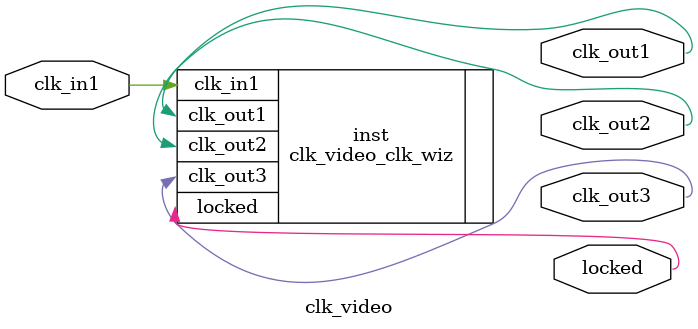
<source format=v>


`timescale 1ps/1ps

(* CORE_GENERATION_INFO = "clk_video,clk_wiz_v5_3_3_0,{component_name=clk_video,use_phase_alignment=true,use_min_o_jitter=false,use_max_i_jitter=false,use_dyn_phase_shift=false,use_inclk_switchover=false,use_dyn_reconfig=false,enable_axi=0,feedback_source=FDBK_AUTO,PRIMITIVE=MMCM,num_out_clk=3,clkin1_period=10.0,clkin2_period=10.0,use_power_down=false,use_reset=false,use_locked=true,use_inclk_stopped=false,feedback_type=SINGLE,CLOCK_MGR_TYPE=NA,manual_override=false}" *)

module clk_video 
 (
  // Clock out ports
  output        clk_out1,
  output        clk_out2,
  output        clk_out3,
  // Status and control signals
  output        locked,
 // Clock in ports
  input         clk_in1
 );

  clk_video_clk_wiz inst
  (
  // Clock out ports  
  .clk_out1(clk_out1),
  .clk_out2(clk_out2),
  .clk_out3(clk_out3),
  // Status and control signals               
  .locked(locked),
 // Clock in ports
  .clk_in1(clk_in1)
  );

endmodule

</source>
